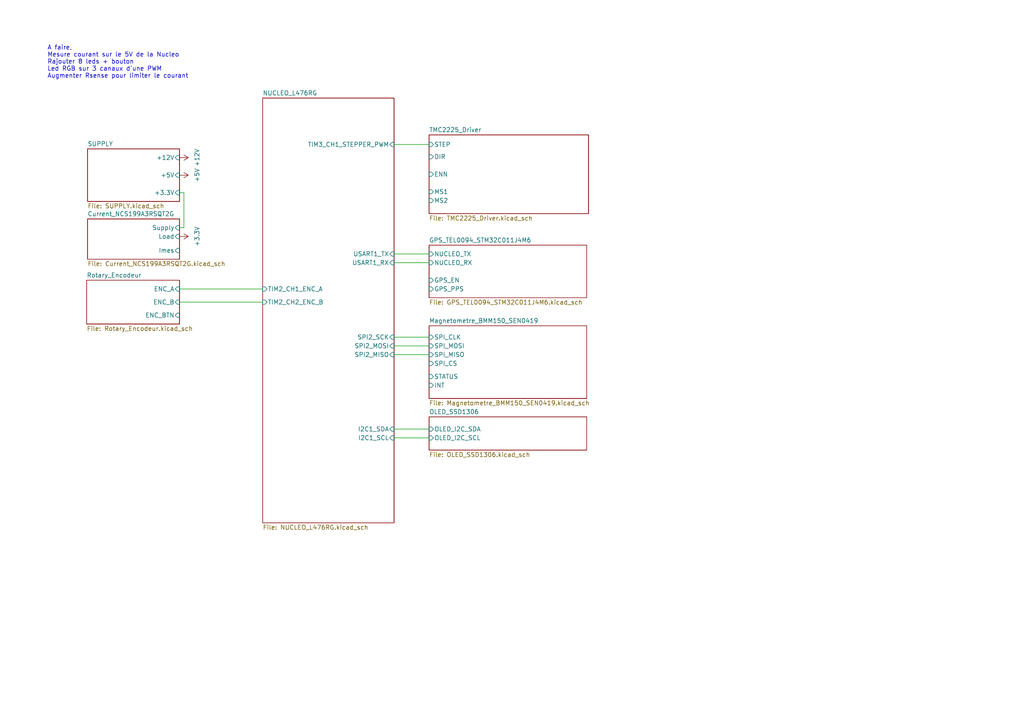
<source format=kicad_sch>
(kicad_sch (version 20231120) (generator "eeschema") (generator_version "8.0")
  (paper "A4")
  (lib_symbols
    (symbol "power:+12V" (power) (pin_numbers hide) (pin_names (offset 0) hide)
      (property "Value" "+12V" (at 0 3.556 0))
      (symbol "+12V_0_1"
        (polyline (pts (xy -0.762 1.27) (xy 0 2.54)))
        (polyline (pts (xy 0 0) (xy 0 2.54)))
        (polyline (pts (xy 0 2.54) (xy 0.762 1.27)))
      )
      (symbol "+12V_1_1"
        (pin power_in line (at 0 0 90) (length 0) (name "~") (number "1"))
      )
    )
    (symbol "power:+3.3V" (power) (pin_numbers hide) (pin_names (offset 0) hide)
      (property "Value" "+3.3V" (at 0 3.556 0))
      (symbol "+3.3V_0_1"
        (polyline (pts (xy -0.762 1.27) (xy 0 2.54)))
        (polyline (pts (xy 0 0) (xy 0 2.54)))
        (polyline (pts (xy 0 2.54) (xy 0.762 1.27)))
      )
      (symbol "+3.3V_1_1"
        (pin power_in line (at 0 0 90) (length 0) (name "~") (number "1"))
      )
    )
    (symbol "power:+5V" (power) (pin_numbers hide) (pin_names (offset 0) hide)
      (property "Value" "+5V" (at 0 3.556 0))
      (symbol "+5V_0_1"
        (polyline (pts (xy -0.762 1.27) (xy 0 2.54)))
        (polyline (pts (xy 0 0) (xy 0 2.54)))
        (polyline (pts (xy 0 2.54) (xy 0.762 1.27)))
      )
      (symbol "+5V_1_1"
        (pin power_in line (at 0 0 90) (length 0) (name "~") (number "1"))
      )
    )
  )
  (wire (pts (xy 114.3 41.91) (xy 124.46 41.91)))
  (wire (pts (xy 114.3 124.46) (xy 124.46 124.46)))
  (wire (pts (xy 52.07 87.63) (xy 76.2 87.63)))
  (wire (pts (xy 114.3 127) (xy 124.46 127)))
  (wire (pts (xy 114.3 73.66) (xy 124.46 73.66)))
  (wire (pts (xy 114.3 76.2) (xy 124.46 76.2)))
  (wire (pts (xy 53.34 55.88) (xy 53.34 66.04)))
  (wire (pts (xy 114.3 102.87) (xy 124.46 102.87)))
  (wire (pts (xy 114.3 100.33) (xy 124.46 100.33)))
  (wire (pts (xy 52.07 66.04) (xy 53.34 66.04)))
  (wire (pts (xy 52.07 83.82) (xy 76.2 83.82)))
  (wire (pts (xy 52.07 55.88) (xy 53.34 55.88)))
  (wire (pts (xy 114.3 97.79) (xy 124.46 97.79)))
  (text "A faire,\nMesure courant sur le 5V de la Nucleo\nRajouter 8 leds + bouton\nLed RGB sur 3 canaux d'une PWM\nAugmenter Rsense pour limiter le courant\n" (at 13.716 18.034 0) (effects (font (size 1.27 1.27)) (justify left)))
  (symbol (lib_id "power:+5V") (at 52.07 50.8 270) (unit 1)
    (property "Reference" "#PWR0102" (effects (hide yes)))
    (property "Value" "+5V" (at 57.15 50.8 0))
    (property "Description" "Power symbol creates a global label with name \"+5V\"" (effects (hide yes)))
  )
  (symbol (lib_id "power:+12V") (at 52.07 45.72 270) (unit 1)
    (property "Reference" "#PWR0101" (effects (hide yes)))
    (property "Value" "+12V" (at 57.15 45.72 0))
    (property "Description" "Power symbol creates a global label with name \"+12V\"" (effects (hide yes)))
  )
  (symbol (lib_id "power:+3.3V") (at 52.07 68.58 270) (unit 1)
    (property "Reference" "#PWR0103" (effects (hide yes)))
    (property "Value" "+3.3V" (at 57.15 68.58 0))
    (property "Description" "Power symbol creates a global label with name \"+3.3V\"" (effects (hide yes)))
  )
  (sheet (at 76.2 28.448) (size 38.1 123.19) (stroke (width 0.1524))
    (property "Sheetname" "NUCLEO_L476RG" (at 76.2 27.7364 0) (effects (justify left bottom)))
    (property "Sheetfile" "NUCLEO_L476RG.kicad_sch" (at 76.2 152.2226 0) (effects (justify left top)))
    (pin "SPI2_MISO" input (at 114.3 102.87 0))
    (pin "SPI2_MOSI" input (at 114.3 100.33 0))
    (pin "SPI2_SCK" input (at 114.3 97.79 0))
    (pin "I2C1_SDA" input (at 114.3 124.46 0))
    (pin "I2C1_SCL" input (at 114.3 127 0))
    (pin "USART1_TX" input (at 114.3 73.66 0))
    (pin "USART1_RX" input (at 114.3 76.2 0))
    (pin "TIM2_CH1_ENC_A" input (at 76.2 83.82 180))
    (pin "TIM2_CH2_ENC_B" input (at 76.2 87.63 180))
    (pin "TIM3_CH1_STEPPER_PWM" input (at 114.3 41.91 0))
  )
  (sheet (at 124.46 39.116) (size 46.228 22.86) (stroke (width 0.1524))
    (property "Sheetname" "TMC2225_Driver" (at 124.46 38.4044 0) (effects (justify left bottom)))
    (property "Sheetfile" "TMC2225_Driver.kicad_sch" (at 124.46 62.5606 0) (effects (justify left top)))
    (pin "MS2" input (at 124.46 58.166 180))
    (pin "MS1" input (at 124.46 55.626 180))
    (pin "ENN" input (at 124.46 50.546 180))
    (pin "DIR" input (at 124.46 45.466 180))
    (pin "STEP" input (at 124.46 41.91 180))
  )
  (sheet (at 124.46 120.904) (size 45.72 9.652) (stroke (width 0.1524))
    (property "Sheetname" "OLED_SSD1306" (at 124.46 120.1924 0) (effects (justify left bottom)))
    (property "Sheetfile" "OLED_SSD1306.kicad_sch" (at 124.46 131.1406 0) (effects (justify left top)))
    (pin "OLED_I2C_SDA" input (at 124.46 124.46 180))
    (pin "OLED_I2C_SCL" input (at 124.46 127 180))
  )
  (sheet (at 124.46 71.12) (size 45.72 15.24) (stroke (width 0.1524))
    (property "Sheetname" "GPS_TEL0094_STM32C011J4M6" (at 124.46 70.4084 0) (effects (justify left bottom)))
    (property "Sheetfile" "GPS_TEL0094_STM32C011J4M6.kicad_sch" (at 124.46 86.9446 0) (effects (justify left top)))
    (pin "GPS_PPS" input (at 124.46 83.82 180))
    (pin "GPS_EN" input (at 124.46 81.28 180))
    (pin "NUCLEO_TX" input (at 124.46 73.66 180))
    (pin "NUCLEO_RX" input (at 124.46 76.2 180))
  )
  (sheet (at 25.4 43.18) (size 26.67 15.24) (stroke (width 0.1524))
    (property "Sheetname" "SUPPLY" (at 25.4 42.4684 0) (effects (justify left bottom)))
    (property "Sheetfile" "SUPPLY.kicad_sch" (at 25.4 59.0046 0) (effects (justify left top)))
    (pin "+5V" input (at 52.07 50.8 0))
    (pin "+3.3V" input (at 52.07 55.88 0))
    (pin "+12V" input (at 52.07 45.72 0))
  )
  (sheet (at 25.146 81.28) (size 26.924 12.7) (stroke (width 0.1524))
    (property "Sheetname" "Rotary_Encodeur" (at 25.146 80.5684 0) (effects (justify left bottom)))
    (property "Sheetfile" "Rotary_Encodeur.kicad_sch" (at 25.146 94.5646 0) (effects (justify left top)))
    (pin "ENC_A" input (at 52.07 83.82 0))
    (pin "ENC_B" input (at 52.07 87.63 0))
    (pin "ENC_BTN" input (at 52.07 91.44 0))
  )
  (sheet (at 25.4 63.5) (size 26.67 11.684) (stroke (width 0.1524))
    (property "Sheetname" "Current_NCS199A3RSQT2G" (at 25.4 62.7884 0) (effects (justify left bottom)))
    (property "Sheetfile" "Current_NCS199A3RSQT2G.kicad_sch" (at 25.4 75.7686 0) (effects (justify left top)))
    (pin "Supply" input (at 52.07 66.04 0))
    (pin "Load" input (at 52.07 68.58 0))
    (pin "Imes" input (at 52.07 72.644 0))
  )
  (sheet (at 124.46 94.488) (size 45.72 21.082) (stroke (width 0.1524))
    (property "Sheetname" "Magnetometre_BMM150_SEN0419" (at 124.46 93.7764 0) (effects (justify left bottom)))
    (property "Sheetfile" "Magnetometre_BMM150_SEN0419.kicad_sch" (at 124.46 116.1546 0) (effects (justify left top)))
    (pin "SPI_CS" input (at 124.46 105.41 180))
    (pin "INT" input (at 124.46 111.76 180))
    (pin "STATUS" input (at 124.46 109.22 180))
    (pin "SPI_MISO" input (at 124.46 102.87 180))
    (pin "SPI_CLK" input (at 124.46 97.79 180))
    (pin "SPI_MOSI" input (at 124.46 100.33 180))
  )
)
</source>
